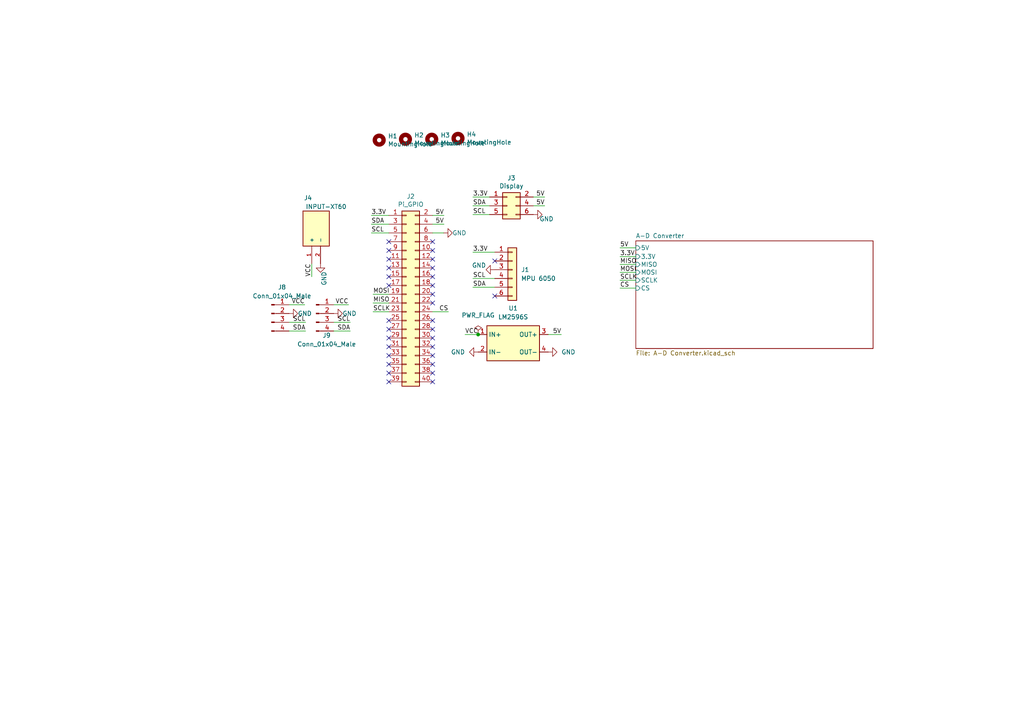
<source format=kicad_sch>
(kicad_sch (version 20211123) (generator eeschema)
  (paper "A4")
  (lib_symbols
    (symbol "24V_Li_batt:Conn_01x06" (pin_names (offset 1.016) hide)
      (property "Reference" "J" (at 0 7.62 0))
      (property "Value" "Conn_01x06" (at 0 -10.16 0))
      (symbol "Conn_01x06_1_1"
        (rectangle (start -1.27 -7.493) (end 0 -7.747) (stroke (width 0.1524)))
        (rectangle (start -1.27 -4.953) (end 0 -5.207) (stroke (width 0.1524)))
        (rectangle (start -1.27 -2.413) (end 0 -2.667) (stroke (width 0.1524)))
        (rectangle (start -1.27 0.127) (end 0 -0.127) (stroke (width 0.1524)))
        (rectangle (start -1.27 2.667) (end 0 2.413) (stroke (width 0.1524)))
        (rectangle (start -1.27 5.207) (end 0 4.953) (stroke (width 0.1524)))
        (rectangle (start -1.27 6.35) (end 1.27 -8.89) (stroke (width 0.254)) (fill (type background)))
        (pin passive line (at -5.08 5.08 0) (length 3.81) (name "Pin_1") (number "1"))
        (pin passive line (at -5.08 2.54 0) (length 3.81) (name "Pin_2") (number "2"))
        (pin passive line (at -5.08 0 0) (length 3.81) (name "Pin_3") (number "3"))
        (pin passive line (at -5.08 -2.54 0) (length 3.81) (name "Pin_4") (number "4"))
        (pin passive line (at -5.08 -5.08 0) (length 3.81) (name "Pin_5") (number "5"))
        (pin passive line (at -5.08 -7.62 0) (length 3.81) (name "Pin_6") (number "6"))
      )
    )
    (symbol "Connector:Conn_01x04_Male" (pin_names (offset 1.016) hide)
      (property "Reference" "J" (at 0 5.08 0))
      (property "Value" "Conn_01x04_Male" (at 0 -7.62 0))
      (symbol "Conn_01x04_Male_1_1"
        (polyline (pts (xy 1.27 -5.08) (xy 0.8636 -5.08)) (stroke (width 0.1524)))
        (polyline (pts (xy 1.27 -2.54) (xy 0.8636 -2.54)) (stroke (width 0.1524)))
        (polyline (pts (xy 1.27 0) (xy 0.8636 0)) (stroke (width 0.1524)))
        (polyline (pts (xy 1.27 2.54) (xy 0.8636 2.54)) (stroke (width 0.1524)))
        (rectangle (start 0.8636 -4.953) (end 0 -5.207) (stroke (width 0.1524)) (fill (type outline)))
        (rectangle (start 0.8636 -2.413) (end 0 -2.667) (stroke (width 0.1524)) (fill (type outline)))
        (rectangle (start 0.8636 0.127) (end 0 -0.127) (stroke (width 0.1524)) (fill (type outline)))
        (rectangle (start 0.8636 2.667) (end 0 2.413) (stroke (width 0.1524)) (fill (type outline)))
        (pin passive line (at 5.08 2.54 180) (length 3.81) (name "Pin_1") (number "1"))
        (pin passive line (at 5.08 0 180) (length 3.81) (name "Pin_2") (number "2"))
        (pin passive line (at 5.08 -2.54 180) (length 3.81) (name "Pin_3") (number "3"))
        (pin passive line (at 5.08 -5.08 180) (length 3.81) (name "Pin_4") (number "4"))
      )
    )
    (symbol "Connector_Generic:Conn_02x03_Odd_Even" (pin_names (offset 1.016) hide)
      (property "Reference" "J" (at 1.27 5.08 0))
      (property "Value" "Conn_02x03_Odd_Even" (at 1.27 -5.08 0))
      (symbol "Conn_02x03_Odd_Even_1_1"
        (rectangle (start -1.27 -2.413) (end 0 -2.667) (stroke (width 0.1524)))
        (rectangle (start -1.27 0.127) (end 0 -0.127) (stroke (width 0.1524)))
        (rectangle (start -1.27 2.667) (end 0 2.413) (stroke (width 0.1524)))
        (rectangle (start -1.27 3.81) (end 3.81 -3.81) (stroke (width 0.254)) (fill (type background)))
        (rectangle (start 3.81 -2.413) (end 2.54 -2.667) (stroke (width 0.1524)))
        (rectangle (start 3.81 0.127) (end 2.54 -0.127) (stroke (width 0.1524)))
        (rectangle (start 3.81 2.667) (end 2.54 2.413) (stroke (width 0.1524)))
        (pin passive line (at -5.08 2.54 0) (length 3.81) (name "Pin_1") (number "1"))
        (pin passive line (at 7.62 2.54 180) (length 3.81) (name "Pin_2") (number "2"))
        (pin passive line (at -5.08 0 0) (length 3.81) (name "Pin_3") (number "3"))
        (pin passive line (at 7.62 0 180) (length 3.81) (name "Pin_4") (number "4"))
        (pin passive line (at -5.08 -2.54 0) (length 3.81) (name "Pin_5") (number "5"))
        (pin passive line (at 7.62 -2.54 180) (length 3.81) (name "Pin_6") (number "6"))
      )
    )
    (symbol "Connector_Generic:Conn_02x20_Odd_Even" (pin_names (offset 1.016) hide)
      (property "Reference" "J" (at 1.27 25.4 0))
      (property "Value" "Conn_02x20_Odd_Even" (at 1.27 -27.94 0))
      (symbol "Conn_02x20_Odd_Even_1_1"
        (rectangle (start -1.27 -25.273) (end 0 -25.527) (stroke (width 0.1524)))
        (rectangle (start -1.27 -22.733) (end 0 -22.987) (stroke (width 0.1524)))
        (rectangle (start -1.27 -20.193) (end 0 -20.447) (stroke (width 0.1524)))
        (rectangle (start -1.27 -17.653) (end 0 -17.907) (stroke (width 0.1524)))
        (rectangle (start -1.27 -15.113) (end 0 -15.367) (stroke (width 0.1524)))
        (rectangle (start -1.27 -12.573) (end 0 -12.827) (stroke (width 0.1524)))
        (rectangle (start -1.27 -10.033) (end 0 -10.287) (stroke (width 0.1524)))
        (rectangle (start -1.27 -7.493) (end 0 -7.747) (stroke (width 0.1524)))
        (rectangle (start -1.27 -4.953) (end 0 -5.207) (stroke (width 0.1524)))
        (rectangle (start -1.27 -2.413) (end 0 -2.667) (stroke (width 0.1524)))
        (rectangle (start -1.27 0.127) (end 0 -0.127) (stroke (width 0.1524)))
        (rectangle (start -1.27 2.667) (end 0 2.413) (stroke (width 0.1524)))
        (rectangle (start -1.27 5.207) (end 0 4.953) (stroke (width 0.1524)))
        (rectangle (start -1.27 7.747) (end 0 7.493) (stroke (width 0.1524)))
        (rectangle (start -1.27 10.287) (end 0 10.033) (stroke (width 0.1524)))
        (rectangle (start -1.27 12.827) (end 0 12.573) (stroke (width 0.1524)))
        (rectangle (start -1.27 15.367) (end 0 15.113) (stroke (width 0.1524)))
        (rectangle (start -1.27 17.907) (end 0 17.653) (stroke (width 0.1524)))
        (rectangle (start -1.27 20.447) (end 0 20.193) (stroke (width 0.1524)))
        (rectangle (start -1.27 22.987) (end 0 22.733) (stroke (width 0.1524)))
        (rectangle (start -1.27 24.13) (end 3.81 -26.67) (stroke (width 0.254)) (fill (type background)))
        (rectangle (start 3.81 -25.273) (end 2.54 -25.527) (stroke (width 0.1524)))
        (rectangle (start 3.81 -22.733) (end 2.54 -22.987) (stroke (width 0.1524)))
        (rectangle (start 3.81 -20.193) (end 2.54 -20.447) (stroke (width 0.1524)))
        (rectangle (start 3.81 -17.653) (end 2.54 -17.907) (stroke (width 0.1524)))
        (rectangle (start 3.81 -15.113) (end 2.54 -15.367) (stroke (width 0.1524)))
        (rectangle (start 3.81 -12.573) (end 2.54 -12.827) (stroke (width 0.1524)))
        (rectangle (start 3.81 -10.033) (end 2.54 -10.287) (stroke (width 0.1524)))
        (rectangle (start 3.81 -7.493) (end 2.54 -7.747) (stroke (width 0.1524)))
        (rectangle (start 3.81 -4.953) (end 2.54 -5.207) (stroke (width 0.1524)))
        (rectangle (start 3.81 -2.413) (end 2.54 -2.667) (stroke (width 0.1524)))
        (rectangle (start 3.81 0.127) (end 2.54 -0.127) (stroke (width 0.1524)))
        (rectangle (start 3.81 2.667) (end 2.54 2.413) (stroke (width 0.1524)))
        (rectangle (start 3.81 5.207) (end 2.54 4.953) (stroke (width 0.1524)))
        (rectangle (start 3.81 7.747) (end 2.54 7.493) (stroke (width 0.1524)))
        (rectangle (start 3.81 10.287) (end 2.54 10.033) (stroke (width 0.1524)))
        (rectangle (start 3.81 12.827) (end 2.54 12.573) (stroke (width 0.1524)))
        (rectangle (start 3.81 15.367) (end 2.54 15.113) (stroke (width 0.1524)))
        (rectangle (start 3.81 17.907) (end 2.54 17.653) (stroke (width 0.1524)))
        (rectangle (start 3.81 20.447) (end 2.54 20.193) (stroke (width 0.1524)))
        (rectangle (start 3.81 22.987) (end 2.54 22.733) (stroke (width 0.1524)))
        (pin passive line (at -5.08 22.86 0) (length 3.81) (name "Pin_1") (number "1"))
        (pin passive line (at 7.62 12.7 180) (length 3.81) (name "Pin_10") (number "10"))
        (pin passive line (at -5.08 10.16 0) (length 3.81) (name "Pin_11") (number "11"))
        (pin passive line (at 7.62 10.16 180) (length 3.81) (name "Pin_12") (number "12"))
        (pin passive line (at -5.08 7.62 0) (length 3.81) (name "Pin_13") (number "13"))
        (pin passive line (at 7.62 7.62 180) (length 3.81) (name "Pin_14") (number "14"))
        (pin passive line (at -5.08 5.08 0) (length 3.81) (name "Pin_15") (number "15"))
        (pin passive line (at 7.62 5.08 180) (length 3.81) (name "Pin_16") (number "16"))
        (pin passive line (at -5.08 2.54 0) (length 3.81) (name "Pin_17") (number "17"))
        (pin passive line (at 7.62 2.54 180) (length 3.81) (name "Pin_18") (number "18"))
        (pin passive line (at -5.08 0 0) (length 3.81) (name "Pin_19") (number "19"))
        (pin passive line (at 7.62 22.86 180) (length 3.81) (name "Pin_2") (number "2"))
        (pin passive line (at 7.62 0 180) (length 3.81) (name "Pin_20") (number "20"))
        (pin passive line (at -5.08 -2.54 0) (length 3.81) (name "Pin_21") (number "21"))
        (pin passive line (at 7.62 -2.54 180) (length 3.81) (name "Pin_22") (number "22"))
        (pin passive line (at -5.08 -5.08 0) (length 3.81) (name "Pin_23") (number "23"))
        (pin passive line (at 7.62 -5.08 180) (length 3.81) (name "Pin_24") (number "24"))
        (pin passive line (at -5.08 -7.62 0) (length 3.81) (name "Pin_25") (number "25"))
        (pin passive line (at 7.62 -7.62 180) (length 3.81) (name "Pin_26") (number "26"))
        (pin passive line (at -5.08 -10.16 0) (length 3.81) (name "Pin_27") (number "27"))
        (pin passive line (at 7.62 -10.16 180) (length 3.81) (name "Pin_28") (number "28"))
        (pin passive line (at -5.08 -12.7 0) (length 3.81) (name "Pin_29") (number "29"))
        (pin passive line (at -5.08 20.32 0) (length 3.81) (name "Pin_3") (number "3"))
        (pin passive line (at 7.62 -12.7 180) (length 3.81) (name "Pin_30") (number "30"))
        (pin passive line (at -5.08 -15.24 0) (length 3.81) (name "Pin_31") (number "31"))
        (pin passive line (at 7.62 -15.24 180) (length 3.81) (name "Pin_32") (number "32"))
        (pin passive line (at -5.08 -17.78 0) (length 3.81) (name "Pin_33") (number "33"))
        (pin passive line (at 7.62 -17.78 180) (length 3.81) (name "Pin_34") (number "34"))
        (pin passive line (at -5.08 -20.32 0) (length 3.81) (name "Pin_35") (number "35"))
        (pin passive line (at 7.62 -20.32 180) (length 3.81) (name "Pin_36") (number "36"))
        (pin passive line (at -5.08 -22.86 0) (length 3.81) (name "Pin_37") (number "37"))
        (pin passive line (at 7.62 -22.86 180) (length 3.81) (name "Pin_38") (number "38"))
        (pin passive line (at -5.08 -25.4 0) (length 3.81) (name "Pin_39") (number "39"))
        (pin passive line (at 7.62 20.32 180) (length 3.81) (name "Pin_4") (number "4"))
        (pin passive line (at 7.62 -25.4 180) (length 3.81) (name "Pin_40") (number "40"))
        (pin passive line (at -5.08 17.78 0) (length 3.81) (name "Pin_5") (number "5"))
        (pin passive line (at 7.62 17.78 180) (length 3.81) (name "Pin_6") (number "6"))
        (pin passive line (at -5.08 15.24 0) (length 3.81) (name "Pin_7") (number "7"))
        (pin passive line (at 7.62 15.24 180) (length 3.81) (name "Pin_8") (number "8"))
        (pin passive line (at -5.08 12.7 0) (length 3.81) (name "Pin_9") (number "9"))
      )
    )
    (symbol "Mechanical:MountingHole" (pin_names (offset 1.016))
      (property "Reference" "H" (at 0 5.08 0))
      (property "Value" "MountingHole" (at 0 3.175 0))
      (symbol "MountingHole_0_1"
        (circle (center 0 0) (radius 1.27) (stroke (width 1.27)))
      )
    )
    (symbol "Regulator_Switching:LM2596S"
      (property "Reference" "U1" (at 0 10.16 0))
      (property "Value" "LM2596S" (at 0 7.62 0))
      (symbol "LM2596S_0_1"
        (rectangle (start -7.62 5.08) (end 7.62 -5.08) (stroke (width 0.254)) (fill (type background)))
      )
      (symbol "LM2596S_1_1"
        (pin power_in line (at -10.16 2.54 0) (length 2.54) (name "IN+") (number "1"))
        (pin input line (at -10.16 -2.54 0) (length 2.54) (name "IN-") (number "2"))
        (pin power_out line (at 10.16 2.54 180) (length 2.54) (name "OUT+") (number "3"))
        (pin power_out line (at 10.16 -2.54 180) (length 2.54) (name "OUT-") (number "4"))
      )
    )
    (symbol "XT60PW-M:XT60PW-M" (pin_names (offset 1.016))
      (property "Reference" "J" (at -5.08 5.715 0))
      (property "Value" "XT60PW-M" (at -5.08 -5.08 0))
      (symbol "XT60PW-M_0_0"
        (rectangle (start -5.08 -2.54) (end 5.08 5.08) (stroke (width 0.254)) (fill (type background)))
        (pin passive line (at -10.16 2.54 0) (length 5.08) (name "+") (number "1"))
        (pin passive line (at -10.16 0 0) (length 5.08) (name "-") (number "2"))
      )
    )
    (symbol "power:GND" (power) (pin_names (offset 0))
      (property "Value" "GND" (at 0 -3.81 0))
      (symbol "GND_0_1"
        (polyline (pts (xy 0 0) (xy 0 -1.27) (xy 1.27 -1.27) (xy 0 -2.54) (xy -1.27 -1.27) (xy 0 -1.27)))
      )
      (symbol "GND_1_1"
        (pin power_in line (at 0 0 270) (length 0) hide (name "GND") (number "1"))
      )
    )
    (symbol "power:PWR_FLAG" (power) (pin_numbers hide) (pin_names (offset 0) hide)
      (property "Value" "PWR_FLAG" (at 0 3.81 0))
      (symbol "PWR_FLAG_0_0"
        (pin power_out line (at 0 0 90) (length 0) (name "pwr") (number "1"))
      )
      (symbol "PWR_FLAG_0_1"
        (polyline (pts (xy 0 0) (xy 0 1.27) (xy -1.016 1.905) (xy 0 2.54) (xy 1.016 1.905) (xy 0 1.27)))
      )
    )
  )
  (junction (at 138.684 97.028))
  (no_connect (at 125.476 80.264))
  (no_connect (at 125.476 82.804))
  (no_connect (at 125.476 110.744))
  (no_connect (at 112.776 103.124))
  (no_connect (at 112.776 95.504))
  (no_connect (at 125.476 108.204))
  (no_connect (at 125.476 103.124))
  (no_connect (at 112.776 92.964))
  (no_connect (at 112.776 100.584))
  (no_connect (at 112.776 80.264))
  (no_connect (at 112.776 72.644))
  (no_connect (at 125.476 98.044))
  (no_connect (at 143.51 85.852))
  (no_connect (at 125.476 77.724))
  (no_connect (at 125.476 75.184))
  (no_connect (at 112.776 98.044))
  (no_connect (at 143.51 75.692))
  (no_connect (at 125.476 70.104))
  (no_connect (at 125.476 72.644))
  (no_connect (at 125.476 92.964))
  (no_connect (at 125.476 100.584))
  (no_connect (at 112.776 82.804))
  (no_connect (at 125.476 87.884))
  (no_connect (at 112.776 108.204))
  (no_connect (at 125.476 85.344))
  (no_connect (at 112.776 70.104))
  (no_connect (at 125.476 95.504))
  (no_connect (at 112.776 110.744))
  (no_connect (at 112.776 75.184))
  (no_connect (at 125.476 105.664))
  (no_connect (at 112.776 105.664))
  (no_connect (at 112.776 77.724))
  (wire (pts (xy 125.476 67.564) (xy 128.651 67.564)))
  (wire (pts (xy 157.988 59.69) (xy 154.686 59.69)))
  (wire (pts (xy 108.204 90.424) (xy 112.776 90.424)))
  (wire (pts (xy 141.986 59.69) (xy 137.16 59.69)))
  (wire (pts (xy 107.696 62.484) (xy 112.776 62.484)))
  (wire (pts (xy 137.16 83.312) (xy 143.51 83.312)))
  (wire (pts (xy 83.82 96.012) (xy 88.646 96.012)))
  (wire (pts (xy 137.16 57.15) (xy 141.986 57.15)))
  (wire (pts (xy 179.832 76.708) (xy 184.404 76.708)))
  (wire (pts (xy 107.696 67.564) (xy 112.776 67.564)))
  (wire (pts (xy 137.16 73.152) (xy 143.51 73.152)))
  (wire (pts (xy 179.832 74.422) (xy 184.404 74.422)))
  (wire (pts (xy 128.778 65.024) (xy 125.476 65.024)))
  (wire (pts (xy 179.832 81.28) (xy 184.404 81.28)))
  (wire (pts (xy 137.16 80.772) (xy 143.51 80.772)))
  (wire (pts (xy 90.424 80.264) (xy 90.424 76.454)))
  (wire (pts (xy 134.874 97.028) (xy 138.684 97.028)))
  (wire (pts (xy 162.814 97.028) (xy 159.004 97.028)))
  (wire (pts (xy 83.82 93.472) (xy 88.646 93.472)))
  (wire (pts (xy 179.832 78.994) (xy 184.404 78.994)))
  (wire (pts (xy 96.774 96.012) (xy 101.6 96.012)))
  (wire (pts (xy 107.696 65.024) (xy 112.776 65.024)))
  (wire (pts (xy 125.476 90.424) (xy 130.048 90.424)))
  (wire (pts (xy 108.204 87.884) (xy 112.776 87.884)))
  (wire (pts (xy 179.832 83.566) (xy 184.404 83.566)))
  (wire (pts (xy 83.82 88.392) (xy 88.392 88.392)))
  (wire (pts (xy 141.986 62.23) (xy 137.16 62.23)))
  (wire (pts (xy 128.778 62.484) (xy 125.476 62.484)))
  (wire (pts (xy 96.774 88.392) (xy 101.092 88.392)))
  (wire (pts (xy 179.832 71.882) (xy 184.404 71.882)))
  (wire (pts (xy 108.204 85.344) (xy 112.776 85.344)))
  (wire (pts (xy 157.988 57.15) (xy 154.686 57.15)))
  (wire (pts (xy 96.774 93.472) (xy 101.6 93.472)))
  (label "5V" (at 128.778 65.024 180))
  (label "MOSI" (at 108.204 85.344 0))
  (label "3.3V" (at 137.16 73.152 0))
  (label "3.3V" (at 179.832 74.422 0))
  (label "3.3V" (at 137.16 57.15 0))
  (label "SCL" (at 88.646 93.472 180))
  (label "SDA" (at 107.696 65.024 0))
  (label "SCL" (at 137.16 62.23 0))
  (label "3.3V" (at 107.696 62.484 0))
  (label "SDA" (at 88.646 96.012 180))
  (label "SCLK" (at 108.204 90.424 0))
  (label "5V" (at 162.814 97.028 180))
  (label "CS" (at 179.832 83.566 0))
  (label "VCC" (at 88.392 88.392 180))
  (label "5V" (at 157.988 59.69 180))
  (label "CS" (at 130.048 90.424 180))
  (label "VCC" (at 101.092 88.392 180))
  (label "MOSI" (at 179.832 78.994 0))
  (label "MISO" (at 179.832 76.708 0))
  (label "SCL" (at 137.16 80.772 0))
  (label "SDA" (at 137.16 83.312 0))
  (label "VCC" (at 134.874 97.028 0))
  (label "SCL" (at 107.696 67.564 0))
  (label "SDA" (at 137.16 59.69 0))
  (label "MISO" (at 108.204 87.884 0))
  (label "5V" (at 157.988 57.15 180))
  (label "SCLK" (at 179.832 81.28 0))
  (label "5V" (at 179.832 71.882 0))
  (label "SCL" (at 101.6 93.472 180))
  (label "5V" (at 128.778 62.484 180))
  (label "VCC" (at 90.424 80.264 90))
  (label "SDA" (at 101.6 96.012 180))
  (symbol (lib_id "Connector_Generic:Conn_02x20_Odd_Even") (at 117.856 85.344 0) (unit 1)
    (property "Reference" "J2" (at 119.126 56.9722 0))
    (property "Value" "Pi_GPIO" (at 119.126 59.2836 0))
    (property "Footprint" "Connector_PinHeader_2.54mm:PinHeader_2x20_P2.54mm_Vertical" (effects hide))
  )
  (symbol (lib_id "Connector_Generic:Conn_02x03_Odd_Even") (at 147.066 59.69 0) (unit 1)
    (property "Reference" "J3" (at 148.336 51.6382 0))
    (property "Value" "Display" (at 148.336 53.9496 0))
    (property "Footprint" "Connector_PinHeader_2.54mm:PinHeader_2x03_P2.54mm_Vertical" (effects hide))
  )
  (symbol (lib_id "Mechanical:MountingHole") (at 109.982 40.64 0) (unit 1)
    (property "Reference" "H1" (at 112.522 39.4716 0) (effects (justify left)))
    (property "Value" "MountingHole" (at 112.522 41.783 0) (effects (justify left)))
    (property "Footprint" "MountingHole:MountingHole_2.5mm" (effects hide))
  )
  (symbol (lib_id "Mechanical:MountingHole") (at 117.602 40.386 0) (unit 1)
    (property "Reference" "H2" (at 120.142 39.2176 0) (effects (justify left)))
    (property "Value" "MountingHole" (at 120.142 41.529 0) (effects (justify left)))
    (property "Footprint" "MountingHole:MountingHole_2.5mm" (effects hide))
  )
  (symbol (lib_id "Mechanical:MountingHole") (at 125.222 40.386 0) (unit 1)
    (property "Reference" "H3" (at 127.762 39.2176 0) (effects (justify left)))
    (property "Value" "MountingHole" (at 127.762 41.529 0) (effects (justify left)))
    (property "Footprint" "MountingHole:MountingHole_2.5mm" (effects hide))
  )
  (symbol (lib_id "Mechanical:MountingHole") (at 132.842 40.132 0) (unit 1)
    (property "Reference" "H4" (at 135.382 38.9636 0) (effects (justify left)))
    (property "Value" "MountingHole" (at 135.382 41.275 0) (effects (justify left)))
    (property "Footprint" "MountingHole:MountingHole_2.5mm" (effects hide))
  )
  (symbol (lib_id "power:GND") (at 128.651 67.564 90) (unit 1)
    (property "Reference" "#PWR0107" (effects hide))
    (property "Value" "GND" (at 131.191 67.564 90) (effects (justify right)))
  )
  (symbol (lib_id "power:GND") (at 154.686 62.23 90) (unit 1)
    (property "Reference" "#PWR0108" (effects hide))
    (property "Value" "GND" (at 156.464 63.5 90) (effects (justify right)))
  )
  (symbol (lib_id "Regulator_Switching:LM2596S") (at 148.844 99.568 0) (unit 1)
    (property "Reference" "U1" (at 148.844 89.408 0))
    (property "Value" "LM2596S" (at 148.844 91.948 0))
    (property "Footprint" ".pretty:LM2596S_mod" (effects hide))
  )
  (symbol (lib_id "power:GND") (at 96.774 90.932 90) (unit 1)
    (property "Reference" "#PWR0110" (effects hide))
    (property "Value" "GND" (at 99.314 90.932 90) (effects (justify right)))
  )
  (symbol (lib_id "power:GND") (at 143.51 78.232 270) (unit 1)
    (property "Reference" "#PWR0109" (effects hide))
    (property "Value" "GND" (at 140.97 76.962 90) (effects (justify right)))
  )
  (symbol (lib_id "power:GND") (at 92.964 76.454 0) (unit 1)
    (property "Reference" "#PWR0101" (effects hide))
    (property "Value" "GND" (at 93.98 78.74 90) (effects (justify right)))
  )
  (symbol (lib_id "Connector:Conn_01x04_Male") (at 78.74 90.932 0) (unit 1)
    (property "Reference" "J8" (at 81.788 83.312 0))
    (property "Value" "Conn_01x04_Male" (at 81.788 85.852 0))
    (property "Footprint" "Connector_PinHeader_2.54mm:PinHeader_1x04_P2.54mm_Vertical" (effects hide))
  )
  (symbol (lib_id "power:GND") (at 159.004 102.108 90) (unit 1)
    (property "Reference" "#PWR0103" (effects hide))
    (property "Value" "GND" (at 162.814 102.1079 90) (effects (justify right)))
  )
  (symbol (lib_id "power:GND") (at 138.684 102.108 270) (unit 1)
    (property "Reference" "#PWR0102" (effects hide))
    (property "Value" "GND" (at 134.874 102.1079 90) (effects (justify right)))
  )
  (symbol (lib_id "power:GND") (at 83.82 90.932 90) (unit 1)
    (property "Reference" "#PWR0106" (effects hide))
    (property "Value" "GND" (at 86.36 90.932 90) (effects (justify right)))
  )
  (symbol (lib_id "24V_Li_batt:Conn_01x06") (at 148.59 78.232 0) (unit 1)
    (property "Reference" "J1" (at 151.13 78.2319 0) (effects (justify left)))
    (property "Value" "MPU 6050" (at 151.13 80.7719 0) (effects (justify left)))
    (property "Footprint" "Connector_PinHeader_2.54mm:PinHeader_1x06_P2.54mm_Vertical" (effects hide))
  )
  (symbol (lib_id "power:PWR_FLAG") (at 138.684 97.028 0) (unit 1)
    (property "Reference" "#FLG0101" (effects hide))
    (property "Value" "PWR_FLAG" (at 138.684 91.44 0))
  )
  (symbol (lib_id "XT60PW-M:XT60PW-M") (at 92.964 66.294 90) (unit 1)
    (property "Reference" "J4" (at 88.138 57.404 90) (effects (justify right)))
    (property "Value" "INPUT-XT60" (at 88.646 59.944 90) (effects (justify right)))
    (property "Footprint" ".pretty:AMASS_XT60PW-M" (effects hide))
    (property "STANDARD" "Manufacturer recommendations" (effects hide))
    (property "PARTREV" "V1.2" (effects hide))
    (property "MANUFACTURER" "AMASS" (effects hide))
    (property "MAXIMUM_PACKAGE_HEIGHT" "8.4 mm" (effects hide))
  )
  (symbol (lib_id "Connector:Conn_01x04_Male") (at 91.694 90.932 0) (unit 1)
    (property "Reference" "J9" (at 94.742 97.282 0))
    (property "Value" "Conn_01x04_Male" (at 94.742 99.822 0))
    (property "Footprint" "Connector_PinHeader_2.54mm:PinHeader_1x04_P2.54mm_Vertical" (effects hide))
  )
  (sheet (at 184.404 69.85) (size 68.834 31.242) (stroke (width 0.1524))
    (property "Sheet name" "A-D Converter" (at 184.404 69.1384 0) (effects (justify left bottom)))
    (property "Sheet file" "A-D Converter.kicad_sch" (at 184.404 101.6766 0) (effects (justify left top)))
    (pin "3.3V" input (at 184.404 74.422 180))
    (pin "MISO" input (at 184.404 76.708 180))
    (pin "MOSI" input (at 184.404 78.994 180))
    (pin "SCLK" input (at 184.404 81.28 180))
    (pin "CS" input (at 184.404 83.566 180))
    (pin "5V" input (at 184.404 71.882 180))
  )
)
</source>
